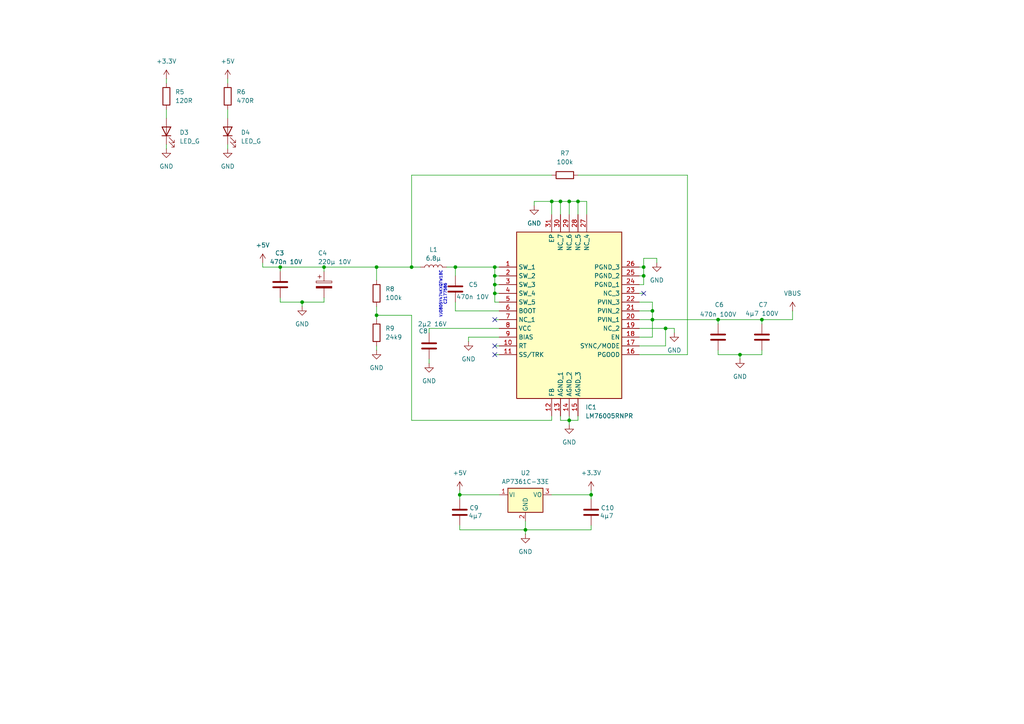
<source format=kicad_sch>
(kicad_sch (version 20250114) (generator "eeschema") (generator_version "9.0")
  (paper "A4")
  (title_block (title "Scorpion max V1") (rev "V1"))
  (lib_symbols
    (symbol "Device:C" (pin_numbers (hide yes)) (pin_names (offset 0.254))
      (property "Reference" "C" (at 0.635 2.54 0))
      (property "Value" "C" (at 0.635 -2.54 0))
      (symbol "C_0_1"
        (polyline (pts (xy -2.032 0.762) (xy 2.032 0.762)) (stroke (width 0.508)))
        (polyline (pts (xy -2.032 -0.762) (xy 2.032 -0.762)) (stroke (width 0.508)))
      )
      (symbol "C_1_1"
        (pin passive line (at 0 3.81 270) (length 2.794) (name "~") (number "1"))
        (pin passive line (at 0 -3.81 90) (length 2.794) (name "~") (number "2"))
      )
    )
    (symbol "Device:C_Polarized" (pin_numbers (hide yes)) (pin_names (offset 0.254))
      (property "Reference" "C" (at 0.635 2.54 0))
      (property "Value" "C_Polarized" (at 0.635 -2.54 0))
      (symbol "C_Polarized_0_1"
        (rectangle (start -2.286 0.508) (end 2.286 1.016))
        (polyline (pts (xy -1.778 2.286) (xy -0.762 2.286)))
        (polyline (pts (xy -1.27 2.794) (xy -1.27 1.778)))
        (rectangle (start 2.286 -0.508) (end -2.286 -1.016) (fill (type outline)))
      )
      (symbol "C_Polarized_1_1"
        (pin passive line (at 0 3.81 270) (length 2.794) (name "~") (number "1"))
        (pin passive line (at 0 -3.81 90) (length 2.794) (name "~") (number "2"))
      )
    )
    (symbol "Device:L" (pin_numbers (hide yes)) (pin_names (offset 1.016) (hide yes))
      (property "Reference" "L" (at -1.27 0 90))
      (property "Value" "L" (at 1.905 0 90))
      (symbol "L_0_1"
        (arc (start 0 2.54) (mid 0.6323 1.905) (end 0 1.27))
        (arc (start 0 1.27) (mid 0.6323 0.635) (end 0 0))
        (arc (start 0 0) (mid 0.6323 -0.635) (end 0 -1.27))
        (arc (start 0 -1.27) (mid 0.6323 -1.905) (end 0 -2.54))
      )
      (symbol "L_1_1"
        (pin passive line (at 0 3.81 270) (length 1.27) (name "1") (number "1"))
        (pin passive line (at 0 -3.81 90) (length 1.27) (name "2") (number "2"))
      )
    )
    (symbol "Device:LED" (pin_numbers (hide yes)) (pin_names (offset 1.016) (hide yes))
      (property "Reference" "D" (at 0 2.54 0))
      (property "Value" "LED" (at 0 -2.54 0))
      (symbol "LED_0_1"
        (polyline (pts (xy -3.048 -0.762) (xy -4.572 -2.286) (xy -3.81 -2.286) (xy -4.572 -2.286) (xy -4.572 -1.524)))
        (polyline (pts (xy -1.778 -0.762) (xy -3.302 -2.286) (xy -2.54 -2.286) (xy -3.302 -2.286) (xy -3.302 -1.524)))
        (polyline (pts (xy -1.27 0) (xy 1.27 0)))
        (polyline (pts (xy -1.27 -1.27) (xy -1.27 1.27)) (stroke (width 0.254)))
        (polyline (pts (xy 1.27 -1.27) (xy 1.27 1.27) (xy -1.27 0) (xy 1.27 -1.27)) (stroke (width 0.254)))
      )
      (symbol "LED_1_1"
        (pin passive line (at -3.81 0 0) (length 2.54) (name "K") (number "1"))
        (pin passive line (at 3.81 0 180) (length 2.54) (name "A") (number "2"))
      )
    )
    (symbol "Device:R" (pin_numbers (hide yes)) (pin_names (offset 0))
      (property "Reference" "R" (at 2.032 0 90))
      (property "Value" "R" (at 0 0 90))
      (symbol "R_0_1"
        (rectangle (start -1.016 -2.54) (end 1.016 2.54) (stroke (width 0.254)))
      )
      (symbol "R_1_1"
        (pin passive line (at 0 3.81 270) (length 1.27) (name "~") (number "1"))
        (pin passive line (at 0 -3.81 90) (length 1.27) (name "~") (number "2"))
      )
    )
    (symbol "Regulator_Linear:AP7361C-33E" (pin_names (offset 0.254))
      (property "Reference" "U" (at -3.81 3.175 0))
      (property "Value" "AP7361C-33E" (at 0 3.175 0))
      (symbol "AP7361C-33E_0_1"
        (rectangle (start -5.08 -5.08) (end 5.08 1.905) (stroke (width 0.254)) (fill (type background)))
      )
      (symbol "AP7361C-33E_1_1"
        (pin power_in line (at -7.62 0 0) (length 2.54) (name "VI") (number "1"))
        (pin power_in line (at 0 -7.62 90) (length 2.54) (name "GND") (number "2"))
        (pin power_out line (at 7.62 0 180) (length 2.54) (name "VO") (number "3"))
      )
    )
    (symbol "SamacSys_Parts:LM76005RNPR"
      (property "Reference" "IC" (at 36.83 15.24 0))
      (property "Value" "LM76005RNPR" (at 36.83 12.7 0))
      (symbol "LM76005RNPR_1_1"
        (rectangle (start 5.08 10.16) (end 35.56 -38.1) (stroke (width 0.254)) (fill (type background)))
        (pin passive line (at 0 0 0) (length 5.08) (name "SW_1") (number "1"))
        (pin passive line (at 0 -2.54 0) (length 5.08) (name "SW_2") (number "2"))
        (pin passive line (at 0 -5.08 0) (length 5.08) (name "SW_3") (number "3"))
        (pin passive line (at 0 -7.62 0) (length 5.08) (name "SW_4") (number "4"))
        (pin passive line (at 0 -10.16 0) (length 5.08) (name "SW_5") (number "5"))
        (pin passive line (at 0 -12.7 0) (length 5.08) (name "BOOT") (number "6"))
        (pin passive line (at 0 -15.24 0) (length 5.08) (name "NC_1") (number "7"))
        (pin passive line (at 0 -17.78 0) (length 5.08) (name "VCC") (number "8"))
        (pin passive line (at 0 -20.32 0) (length 5.08) (name "BIAS") (number "9"))
        (pin passive line (at 0 -22.86 0) (length 5.08) (name "RT") (number "10"))
        (pin passive line (at 0 -25.4 0) (length 5.08) (name "SS/TRK") (number "11"))
        (pin passive line (at 15.24 15.24 270) (length 5.08) (name "EP") (number "31"))
        (pin passive line (at 15.24 -43.18 90) (length 5.08) (name "FB") (number "12"))
        (pin passive line (at 17.78 15.24 270) (length 5.08) (name "NC_7") (number "30"))
        (pin passive line (at 17.78 -43.18 90) (length 5.08) (name "AGND_1") (number "13"))
        (pin passive line (at 20.32 15.24 270) (length 5.08) (name "NC_6") (number "29"))
        (pin passive line (at 20.32 -43.18 90) (length 5.08) (name "AGND_2") (number "14"))
        (pin passive line (at 22.86 15.24 270) (length 5.08) (name "NC_5") (number "28"))
        (pin passive line (at 22.86 -43.18 90) (length 5.08) (name "AGND_3") (number "15"))
        (pin passive line (at 25.4 15.24 270) (length 5.08) (name "NC_4") (number "27"))
        (pin passive line (at 40.64 0 180) (length 5.08) (name "PGND_3") (number "26"))
        (pin passive line (at 40.64 -2.54 180) (length 5.08) (name "PGND_2") (number "25"))
        (pin passive line (at 40.64 -5.08 180) (length 5.08) (name "PGND_1") (number "24"))
        (pin passive line (at 40.64 -7.62 180) (length 5.08) (name "NC_3") (number "23"))
        (pin passive line (at 40.64 -10.16 180) (length 5.08) (name "PVIN_3") (number "22"))
        (pin passive line (at 40.64 -12.7 180) (length 5.08) (name "PVIN_2") (number "21"))
        (pin passive line (at 40.64 -15.24 180) (length 5.08) (name "PVIN_1") (number "20"))
        (pin passive line (at 40.64 -17.78 180) (length 5.08) (name "NC_2") (number "19"))
        (pin passive line (at 40.64 -20.32 180) (length 5.08) (name "EN") (number "18"))
        (pin passive line (at 40.64 -22.86 180) (length 5.08) (name "SYNC/MODE") (number "17"))
        (pin passive line (at 40.64 -25.4 180) (length 5.08) (name "PGOOD") (number "16"))
      )
    )
    (symbol "power:+3.3V" (power) (pin_numbers (hide yes)) (pin_names (offset 0) (hide yes))
      (property "Value" "+3.3V" (at 0 3.556 0))
      (symbol "+3.3V_0_1"
        (polyline (pts (xy -0.762 1.27) (xy 0 2.54)))
        (polyline (pts (xy 0 2.54) (xy 0.762 1.27)))
        (polyline (pts (xy 0 0) (xy 0 2.54)))
      )
      (symbol "+3.3V_1_1"
        (pin power_in line (at 0 0 90) (length 0) (name "~") (number "1"))
      )
    )
    (symbol "power:+5V" (power) (pin_numbers (hide yes)) (pin_names (offset 0) (hide yes))
      (property "Value" "+5V" (at 0 3.556 0))
      (symbol "+5V_0_1"
        (polyline (pts (xy -0.762 1.27) (xy 0 2.54)))
        (polyline (pts (xy 0 2.54) (xy 0.762 1.27)))
        (polyline (pts (xy 0 0) (xy 0 2.54)))
      )
      (symbol "+5V_1_1"
        (pin power_in line (at 0 0 90) (length 0) (name "~") (number "1"))
      )
    )
    (symbol "power:GND" (power) (pin_numbers (hide yes)) (pin_names (offset 0) (hide yes))
      (property "Value" "GND" (at 0 -3.81 0))
      (symbol "GND_0_1"
        (polyline (pts (xy 0 0) (xy 0 -1.27) (xy 1.27 -1.27) (xy 0 -2.54) (xy -1.27 -1.27) (xy 0 -1.27)))
      )
      (symbol "GND_1_1"
        (pin power_in line (at 0 0 270) (length 0) (name "~") (number "1"))
      )
    )
    (symbol "power:VBUS" (power) (pin_numbers (hide yes)) (pin_names (offset 0) (hide yes))
      (property "Value" "VBUS" (at 0 3.556 0))
      (symbol "VBUS_0_1"
        (polyline (pts (xy -0.762 1.27) (xy 0 2.54)))
        (polyline (pts (xy 0 2.54) (xy 0.762 1.27)))
        (polyline (pts (xy 0 0) (xy 0 2.54)))
      )
      (symbol "VBUS_1_1"
        (pin power_in line (at 0 0 90) (length 0) (name "~") (number "1"))
      )
    )
  )
  (text "VJ0805Y474KXQTW1BC\nC2177586" (at 128.524 85.344 90) (effects (font (size 0.8 0.8))))
  (junction (at 152.4 153.67))
  (junction (at 81.28 77.47))
  (junction (at 143.51 85.09))
  (junction (at 189.23 92.71))
  (junction (at 208.28 92.71))
  (junction (at 109.22 77.47))
  (junction (at 167.64 58.42))
  (junction (at 193.04 95.25))
  (junction (at 214.63 102.87))
  (junction (at 165.1 58.42))
  (junction (at 189.23 90.17))
  (junction (at 160.02 58.42))
  (junction (at 87.63 87.63))
  (junction (at 143.51 82.55))
  (junction (at 171.45 143.51))
  (junction (at 143.51 77.47))
  (junction (at 93.98 77.47))
  (junction (at 143.51 80.01))
  (junction (at 162.56 58.42))
  (junction (at 132.08 77.47))
  (junction (at 165.1 121.92))
  (junction (at 119.38 77.47))
  (junction (at 133.35 143.51))
  (junction (at 186.69 80.01))
  (junction (at 186.69 77.47))
  (junction (at 220.98 92.71))
  (junction (at 109.22 91.44))
  (no_connect (at 143.51 100.33))
  (no_connect (at 143.51 102.87))
  (no_connect (at 186.69 85.09))
  (no_connect (at 143.51 92.71))
  (wire (pts (xy 143.51 92.71) (xy 144.78 92.71)))
  (wire (pts (xy 165.1 58.42) (xy 167.64 58.42)))
  (wire (pts (xy 186.69 74.93) (xy 190.5 74.93)))
  (wire (pts (xy 143.51 80.01) (xy 143.51 82.55)))
  (wire (pts (xy 143.51 85.09) (xy 143.51 87.63)))
  (wire (pts (xy 160.02 58.42) (xy 160.02 62.23)))
  (wire (pts (xy 171.45 142.24) (xy 171.45 143.51)))
  (wire (pts (xy 189.23 97.79) (xy 189.23 92.71)))
  (wire (pts (xy 109.22 101.6) (xy 109.22 100.33)))
  (wire (pts (xy 143.51 77.47) (xy 143.51 80.01)))
  (wire (pts (xy 160.02 121.92) (xy 160.02 120.65)))
  (wire (pts (xy 81.28 77.47) (xy 93.98 77.47)))
  (wire (pts (xy 66.04 31.75) (xy 66.04 34.29)))
  (wire (pts (xy 167.64 121.92) (xy 167.64 120.65)))
  (wire (pts (xy 165.1 123.19) (xy 165.1 121.92)))
  (wire (pts (xy 109.22 77.47) (xy 119.38 77.47)))
  (wire (pts (xy 229.87 92.71) (xy 229.87 90.17)))
  (wire (pts (xy 190.5 74.93) (xy 190.5 76.2)))
  (wire (pts (xy 170.18 58.42) (xy 170.18 62.23)))
  (wire (pts (xy 186.69 77.47) (xy 185.42 77.47)))
  (wire (pts (xy 214.63 102.87) (xy 220.98 102.87)))
  (wire (pts (xy 81.28 87.63) (xy 87.63 87.63)))
  (wire (pts (xy 171.45 153.67) (xy 171.45 152.4)))
  (wire (pts (xy 162.56 120.65) (xy 162.56 121.92)))
  (wire (pts (xy 208.28 101.6) (xy 208.28 102.87)))
  (wire (pts (xy 171.45 143.51) (xy 171.45 144.78)))
  (wire (pts (xy 152.4 151.13) (xy 152.4 153.67)))
  (wire (pts (xy 167.64 58.42) (xy 167.64 62.23)))
  (wire (pts (xy 48.26 31.75) (xy 48.26 34.29)))
  (wire (pts (xy 165.1 58.42) (xy 165.1 62.23)))
  (wire (pts (xy 93.98 87.63) (xy 93.98 86.36)))
  (wire (pts (xy 119.38 50.8) (xy 119.38 77.47)))
  (wire (pts (xy 143.51 85.09) (xy 144.78 85.09)))
  (wire (pts (xy 109.22 81.28) (xy 109.22 77.47)))
  (wire (pts (xy 119.38 77.47) (xy 121.92 77.47)))
  (wire (pts (xy 132.08 77.47) (xy 143.51 77.47)))
  (wire (pts (xy 167.64 58.42) (xy 170.18 58.42)))
  (wire (pts (xy 109.22 91.44) (xy 119.38 91.44)))
  (wire (pts (xy 132.08 87.63) (xy 132.08 90.17)))
  (wire (pts (xy 162.56 121.92) (xy 165.1 121.92)))
  (wire (pts (xy 143.51 82.55) (xy 144.78 82.55)))
  (wire (pts (xy 81.28 77.47) (xy 76.2 77.47)))
  (wire (pts (xy 81.28 78.74) (xy 81.28 77.47)))
  (wire (pts (xy 186.69 74.93) (xy 186.69 77.47)))
  (wire (pts (xy 160.02 58.42) (xy 162.56 58.42)))
  (wire (pts (xy 133.35 153.67) (xy 133.35 152.4)))
  (wire (pts (xy 208.28 92.71) (xy 220.98 92.71)))
  (wire (pts (xy 214.63 104.14) (xy 214.63 102.87)))
  (wire (pts (xy 185.42 80.01) (xy 186.69 80.01)))
  (wire (pts (xy 185.42 82.55) (xy 186.69 82.55)))
  (wire (pts (xy 220.98 92.71) (xy 229.87 92.71)))
  (wire (pts (xy 165.1 120.65) (xy 165.1 121.92)))
  (wire (pts (xy 124.46 95.25) (xy 124.46 96.52)))
  (wire (pts (xy 208.28 93.98) (xy 208.28 92.71)))
  (wire (pts (xy 165.1 121.92) (xy 167.64 121.92)))
  (wire (pts (xy 160.02 143.51) (xy 171.45 143.51)))
  (wire (pts (xy 143.51 100.33) (xy 144.78 100.33)))
  (wire (pts (xy 154.94 58.42) (xy 160.02 58.42)))
  (wire (pts (xy 185.42 90.17) (xy 189.23 90.17)))
  (wire (pts (xy 193.04 100.33) (xy 193.04 95.25)))
  (wire (pts (xy 109.22 91.44) (xy 109.22 92.71)))
  (wire (pts (xy 152.4 153.67) (xy 171.45 153.67)))
  (wire (pts (xy 160.02 50.8) (xy 119.38 50.8)))
  (wire (pts (xy 189.23 92.71) (xy 185.42 92.71)))
  (wire (pts (xy 119.38 121.92) (xy 160.02 121.92)))
  (wire (pts (xy 189.23 87.63) (xy 189.23 90.17)))
  (wire (pts (xy 152.4 153.67) (xy 152.4 154.94)))
  (wire (pts (xy 185.42 100.33) (xy 193.04 100.33)))
  (wire (pts (xy 132.08 80.01) (xy 132.08 77.47)))
  (wire (pts (xy 109.22 88.9) (xy 109.22 91.44)))
  (wire (pts (xy 185.42 97.79) (xy 189.23 97.79)))
  (wire (pts (xy 143.51 102.87) (xy 144.78 102.87)))
  (wire (pts (xy 162.56 58.42) (xy 165.1 58.42)))
  (wire (pts (xy 87.63 88.9) (xy 87.63 87.63)))
  (wire (pts (xy 143.51 80.01) (xy 144.78 80.01)))
  (wire (pts (xy 48.26 22.86) (xy 48.26 24.13)))
  (wire (pts (xy 143.51 87.63) (xy 144.78 87.63)))
  (wire (pts (xy 152.4 153.67) (xy 133.35 153.67)))
  (wire (pts (xy 48.26 41.91) (xy 48.26 43.18)))
  (wire (pts (xy 193.04 95.25) (xy 185.42 95.25)))
  (wire (pts (xy 133.35 143.51) (xy 133.35 144.78)))
  (wire (pts (xy 119.38 91.44) (xy 119.38 121.92)))
  (wire (pts (xy 154.94 58.42) (xy 154.94 59.69)))
  (wire (pts (xy 144.78 143.51) (xy 133.35 143.51)))
  (wire (pts (xy 143.51 82.55) (xy 143.51 85.09)))
  (wire (pts (xy 185.42 87.63) (xy 189.23 87.63)))
  (wire (pts (xy 135.89 97.79) (xy 135.89 99.06)))
  (wire (pts (xy 133.35 142.24) (xy 133.35 143.51)))
  (wire (pts (xy 66.04 41.91) (xy 66.04 43.18)))
  (wire (pts (xy 220.98 102.87) (xy 220.98 101.6)))
  (wire (pts (xy 199.39 102.87) (xy 199.39 50.8)))
  (wire (pts (xy 186.69 77.47) (xy 186.69 80.01)))
  (wire (pts (xy 66.04 22.86) (xy 66.04 24.13)))
  (wire (pts (xy 129.54 77.47) (xy 132.08 77.47)))
  (wire (pts (xy 195.58 95.25) (xy 193.04 95.25)))
  (wire (pts (xy 195.58 96.52) (xy 195.58 95.25)))
  (wire (pts (xy 186.69 85.09) (xy 185.42 85.09)))
  (wire (pts (xy 132.08 90.17) (xy 144.78 90.17)))
  (wire (pts (xy 199.39 50.8) (xy 167.64 50.8)))
  (wire (pts (xy 144.78 95.25) (xy 124.46 95.25)))
  (wire (pts (xy 76.2 77.47) (xy 76.2 76.2)))
  (wire (pts (xy 220.98 93.98) (xy 220.98 92.71)))
  (wire (pts (xy 93.98 78.74) (xy 93.98 77.47)))
  (wire (pts (xy 93.98 77.47) (xy 109.22 77.47)))
  (wire (pts (xy 189.23 90.17) (xy 189.23 92.71)))
  (wire (pts (xy 186.69 82.55) (xy 186.69 80.01)))
  (wire (pts (xy 87.63 87.63) (xy 93.98 87.63)))
  (wire (pts (xy 135.89 97.79) (xy 144.78 97.79)))
  (wire (pts (xy 208.28 102.87) (xy 214.63 102.87)))
  (wire (pts (xy 189.23 92.71) (xy 208.28 92.71)))
  (wire (pts (xy 144.78 77.47) (xy 143.51 77.47)))
  (wire (pts (xy 162.56 58.42) (xy 162.56 62.23)))
  (wire (pts (xy 124.46 105.41) (xy 124.46 104.14)))
  (wire (pts (xy 185.42 102.87) (xy 199.39 102.87)))
  (wire (pts (xy 81.28 87.63) (xy 81.28 86.36)))
  (symbol (lib_id "power:GND") (at 66.04 43.18 0) (unit 1)
    (property "Reference" "#PWR017" (effects (hide yes)))
    (property "Value" "GND" (at 66.04 48.26 0))
    (property "Description" "Power symbol creates a global label with name \"GND\" , ground" (effects (hide yes)))
  )
  (symbol (lib_id "Regulator_Linear:AP7361C-33E") (at 152.4 143.51 0) (unit 1)
    (property "Reference" "U2" (at 152.4 137.16 0))
    (property "Value" "AP7361C-33E" (at 152.4 139.7 0))
    (property "Footprint" "Package_TO_SOT_SMD:SOT-223-3_TabPin2" (effects (hide yes)))
    (property "Datasheet" "https://www.diodes.com/assets/Datasheets/AP7361C.pdf" (effects (hide yes)))
    (property "Description" "1A Low Dropout regulator, positive, 3.3V fixed output, SOT-223" (effects (hide yes)))
  )
  (symbol (lib_id "SamacSys_Parts:LM76005RNPR") (at 144.78 77.47 0) (unit 1)
    (property "Reference" "IC1" (at 169.7833 118.11 0) (effects (justify left)))
    (property "Value" "LM76005RNPR" (at 169.7833 120.65 0) (effects (justify left)))
    (property "Footprint" "SamacSys_Parts:QFN50P400X600X80-31N-D" (effects (hide yes)))
    (property "Datasheet" "https://datasheet.datasheetarchive.com/originals/distributors/Datasheets_SAMA/d5c64775b80bf9ebe325fd747957355c.pdf" (effects (hide yes)))
    (property "Description" "Switching Voltage Regulators 3.5-V to 60-V, 5-A synchronous step-down voltage converter 30-WQFN -40 to 125" (effects (hide yes)))
    (property "Height" "0.8" (effects (hide yes)))
    (property "Mouser Part Number" "595-LM76005RNPR" (effects (hide yes)))
    (property "Mouser Price/Stock" "https://www.mouser.co.uk/ProductDetail/Texas-Instruments/LM76005RNPR?qs=OlC7AqGiEDl0b8JHnlcZyw%3D%3D" (effects (hide yes)))
    (property "Manufacturer_Name" "Texas Instruments" (effects (hide yes)))
    (property "Manufacturer_Part_Number" "LM76005RNPR" (effects (hide yes)))
  )
  (symbol (lib_id "power:+3.3V") (at 48.26 22.86 0) (unit 1)
    (property "Reference" "#PWR014" (effects (hide yes)))
    (property "Value" "+3.3V" (at 48.26 17.78 0))
    (property "Description" "Power symbol creates a global label with name \"+3.3V\"" (effects (hide yes)))
  )
  (symbol (lib_id "power:GND") (at 135.89 99.06 0) (unit 1)
    (property "Reference" "#PWR024" (effects (hide yes)))
    (property "Value" "GND" (at 135.89 104.14 0))
    (property "Description" "Power symbol creates a global label with name \"GND\" , ground" (effects (hide yes)))
  )
  (symbol (lib_id "power:+5V") (at 76.2 76.2 0) (unit 1)
    (property "Reference" "#PWR019" (effects (hide yes)))
    (property "Value" "+5V" (at 76.2 71.12 0))
    (property "Description" "Power symbol creates a global label with name \"+5V\"" (effects (hide yes)))
  )
  (symbol (lib_id "Device:L") (at 125.73 77.47 90) (unit 1)
    (property "Reference" "L1" (at 125.73 72.39 90))
    (property "Value" "6.8μ" (at 125.73 74.93 90))
    (property "Footprint" "Inductor_SMD:L_Vishay_IHLP-4040" (effects (hide yes)))
    (property "Description" "Inductor" (effects (hide yes)))
  )
  (symbol (lib_id "power:GND") (at 48.26 43.18 0) (unit 1)
    (property "Reference" "#PWR016" (effects (hide yes)))
    (property "Value" "GND" (at 48.26 48.26 0))
    (property "Description" "Power symbol creates a global label with name \"GND\" , ground" (effects (hide yes)))
  )
  (symbol (lib_id "Device:C") (at 220.98 97.79 0) (unit 1)
    (property "Reference" "C7" (at 219.964 88.392 0) (effects (justify left)))
    (property "Value" "4μ7 100V" (at 216.154 90.932 0) (effects (justify left)))
    (property "Footprint" "Capacitor_SMD:C_1210_3225Metric" (effects (hide yes)))
    (property "Description" "Unpolarized capacitor" (effects (hide yes)))
  )
  (symbol (lib_id "Device:C") (at 124.46 100.33 0) (unit 1)
    (property "Reference" "C8" (at 121.412 96.012 0) (effects (justify left)))
    (property "Value" "2μ2 16V" (at 121.158 93.98 0) (effects (justify left)))
    (property "Footprint" "Capacitor_SMD:C_0603_1608Metric" (effects (hide yes)))
    (property "Description" "Unpolarized capacitor" (effects (hide yes)))
  )
  (symbol (lib_id "Device:R") (at 163.83 50.8 90) (unit 1)
    (property "Reference" "R7" (at 163.83 44.45 90))
    (property "Value" "100k" (at 163.83 46.99 90))
    (property "Footprint" "Resistor_SMD:R_0603_1608Metric" (effects (hide yes)))
    (property "Description" "Resistor" (effects (hide yes)))
  )
  (symbol (lib_id "Device:C") (at 171.45 148.59 0) (unit 1)
    (property "Reference" "C10" (at 174.244 147.32 0) (effects (justify left)))
    (property "Value" "4μ7" (at 173.99 149.606 0) (effects (justify left)))
    (property "Footprint" "Capacitor_SMD:C_0805_2012Metric" (effects (hide yes)))
    (property "Description" "Unpolarized capacitor" (effects (hide yes)))
  )
  (symbol (lib_id "Device:LED") (at 48.26 38.1 90) (unit 1)
    (property "Reference" "D3" (at 52.07 38.4174 90) (effects (justify right)))
    (property "Value" "LED_G" (at 52.07 40.9574 90) (effects (justify right)))
    (property "Footprint" "LED_SMD:LED_0603_1608Metric" (effects (hide yes)))
    (property "Description" "Light emitting diode" (effects (hide yes)))
    (property "Sim.Pins" "1=K 2=A" (effects (hide yes)))
  )
  (symbol (lib_id "Device:R") (at 48.26 27.94 180) (unit 1)
    (property "Reference" "R5" (at 50.8 26.6699 0) (effects (justify right)))
    (property "Value" "120R" (at 50.8 29.2099 0) (effects (justify right)))
    (property "Footprint" "Resistor_SMD:R_0603_1608Metric" (effects (hide yes)))
    (property "Description" "Resistor" (effects (hide yes)))
  )
  (symbol (lib_id "Device:R") (at 109.22 85.09 0) (unit 1)
    (property "Reference" "R8" (at 111.76 83.8199 0) (effects (justify left)))
    (property "Value" "100k" (at 111.76 86.3599 0) (effects (justify left)))
    (property "Footprint" "Resistor_SMD:R_0603_1608Metric" (effects (hide yes)))
    (property "Description" "Resistor" (effects (hide yes)))
  )
  (symbol (lib_id "Device:R") (at 66.04 27.94 180) (unit 1)
    (property "Reference" "R6" (at 68.58 26.6699 0) (effects (justify right)))
    (property "Value" "470R" (at 68.58 29.2099 0) (effects (justify right)))
    (property "Footprint" "Resistor_SMD:R_0603_1608Metric" (effects (hide yes)))
    (property "Description" "Resistor" (effects (hide yes)))
  )
  (symbol (lib_id "Device:R") (at 109.22 96.52 0) (unit 1)
    (property "Reference" "R9" (at 111.76 95.2499 0) (effects (justify left)))
    (property "Value" "24k9" (at 111.76 97.7899 0) (effects (justify left)))
    (property "Footprint" "Resistor_SMD:R_0603_1608Metric" (effects (hide yes)))
    (property "Description" "Resistor" (effects (hide yes)))
  )
  (symbol (lib_id "Device:LED") (at 66.04 38.1 90) (unit 1)
    (property "Reference" "D4" (at 69.85 38.4174 90) (effects (justify right)))
    (property "Value" "LED_G" (at 69.85 40.9574 90) (effects (justify right)))
    (property "Footprint" "LED_SMD:LED_0603_1608Metric" (effects (hide yes)))
    (property "Description" "Light emitting diode" (effects (hide yes)))
    (property "Sim.Pins" "1=K 2=A" (effects (hide yes)))
  )
  (symbol (lib_id "Device:C") (at 208.28 97.79 0) (unit 1)
    (property "Reference" "C6" (at 207.264 88.392 0) (effects (justify left)))
    (property "Value" "470n 100V" (at 202.946 91.186 0) (effects (justify left)))
    (property "Footprint" "Capacitor_SMD:C_1210_3225Metric" (effects (hide yes)))
    (property "Description" "Unpolarized capacitor" (effects (hide yes)))
  )
  (symbol (lib_id "power:+5V") (at 66.04 22.86 0) (unit 1)
    (property "Reference" "#PWR015" (effects (hide yes)))
    (property "Value" "+5V" (at 66.04 17.78 0))
    (property "Description" "Power symbol creates a global label with name \"+5V\"" (effects (hide yes)))
  )
  (symbol (lib_id "power:GND") (at 165.1 123.19 0) (unit 1)
    (property "Reference" "#PWR028" (effects (hide yes)))
    (property "Value" "GND" (at 165.1 128.27 0))
    (property "Description" "Power symbol creates a global label with name \"GND\" , ground" (effects (hide yes)))
  )
  (symbol (lib_id "Device:C") (at 133.35 148.59 0) (unit 1)
    (property "Reference" "C9" (at 136.144 147.32 0) (effects (justify left)))
    (property "Value" "4μ7" (at 135.89 149.606 0) (effects (justify left)))
    (property "Footprint" "Capacitor_SMD:C_0805_2012Metric" (effects (hide yes)))
    (property "Description" "Unpolarized capacitor" (effects (hide yes)))
  )
  (symbol (lib_id "power:GND") (at 154.94 59.69 0) (unit 1)
    (property "Reference" "#PWR018" (effects (hide yes)))
    (property "Value" "GND" (at 154.94 64.77 0))
    (property "Description" "Power symbol creates a global label with name \"GND\" , ground" (effects (hide yes)))
  )
  (symbol (lib_id "power:GND") (at 214.63 104.14 0) (unit 1)
    (property "Reference" "#PWR026" (effects (hide yes)))
    (property "Value" "GND" (at 214.63 109.22 0))
    (property "Description" "Power symbol creates a global label with name \"GND\" , ground" (effects (hide yes)))
  )
  (symbol (lib_id "power:GND") (at 87.63 88.9 0) (unit 1)
    (property "Reference" "#PWR021" (effects (hide yes)))
    (property "Value" "GND" (at 87.63 93.98 0))
    (property "Description" "Power symbol creates a global label with name \"GND\" , ground" (effects (hide yes)))
  )
  (symbol (lib_id "power:VBUS") (at 229.87 90.17 0) (unit 1)
    (property "Reference" "#PWR022" (effects (hide yes)))
    (property "Value" "VBUS" (at 229.87 85.09 0))
    (property "Description" "Power symbol creates a global label with name \"VBUS\"" (effects (hide yes)))
  )
  (symbol (lib_id "power:+5V") (at 133.35 142.24 0) (unit 1)
    (property "Reference" "#PWR029" (effects (hide yes)))
    (property "Value" "+5V" (at 133.35 137.16 0))
    (property "Description" "Power symbol creates a global label with name \"+5V\"" (effects (hide yes)))
  )
  (symbol (lib_id "power:GND") (at 152.4 154.94 0) (unit 1)
    (property "Reference" "#PWR031" (effects (hide yes)))
    (property "Value" "GND" (at 152.4 160.02 0))
    (property "Description" "Power symbol creates a global label with name \"GND\" , ground" (effects (hide yes)))
  )
  (symbol (lib_id "power:GND") (at 109.22 101.6 0) (unit 1)
    (property "Reference" "#PWR025" (effects (hide yes)))
    (property "Value" "GND" (at 109.22 106.68 0))
    (property "Description" "Power symbol creates a global label with name \"GND\" , ground" (effects (hide yes)))
  )
  (symbol (lib_id "Device:C") (at 81.28 82.55 0) (unit 1)
    (property "Reference" "C3" (at 79.756 73.406 0) (effects (justify left)))
    (property "Value" "470n 10V" (at 78.232 75.946 0) (effects (justify left)))
    (property "Footprint" "Capacitor_SMD:C_0805_2012Metric" (effects (hide yes)))
    (property "Description" "Unpolarized capacitor" (effects (hide yes)))
  )
  (symbol (lib_id "Device:C") (at 132.08 83.82 180) (unit 1)
    (property "Reference" "C5" (at 135.89 82.5499 0) (effects (justify right)))
    (property "Value" "470n 10V" (at 132.334 86.106 0) (effects (justify right)))
    (property "Footprint" "Capacitor_SMD:C_0805_2012Metric" (effects (hide yes)))
    (property "Description" "Unpolarized capacitor" (effects (hide yes)))
  )
  (symbol (lib_id "power:+3.3V") (at 171.45 142.24 0) (unit 1)
    (property "Reference" "#PWR030" (effects (hide yes)))
    (property "Value" "+3.3V" (at 171.45 137.16 0))
    (property "Description" "Power symbol creates a global label with name \"+3.3V\"" (effects (hide yes)))
  )
  (symbol (lib_id "Device:C_Polarized") (at 93.98 82.55 0) (unit 1)
    (property "Reference" "C4" (at 92.202 73.4061 0) (effects (justify left)))
    (property "Value" "220μ 10V" (at 92.202 75.9461 0) (effects (justify left)))
    (property "Footprint" "Capacitor_Tantalum_SMD:CP_EIA-7343-43_Kemet-X" (effects (hide yes)))
    (property "Description" "Polarized capacitor" (effects (hide yes)))
  )
  (symbol (lib_id "power:GND") (at 190.5 76.2 0) (unit 1)
    (property "Reference" "#PWR020" (effects (hide yes)))
    (property "Value" "GND" (at 190.5 81.28 0))
    (property "Description" "Power symbol creates a global label with name \"GND\" , ground" (effects (hide yes)))
  )
  (symbol (lib_id "power:GND") (at 124.46 105.41 0) (unit 1)
    (property "Reference" "#PWR027" (effects (hide yes)))
    (property "Value" "GND" (at 124.46 110.49 0))
    (property "Description" "Power symbol creates a global label with name \"GND\" , ground" (effects (hide yes)))
  )
  (symbol (lib_id "power:GND") (at 195.58 96.52 0) (unit 1)
    (property "Reference" "#PWR023" (effects (hide yes)))
    (property "Value" "GND" (at 195.58 101.6 0))
    (property "Description" "Power symbol creates a global label with name \"GND\" , ground" (effects (hide yes)))
  )
)
</source>
